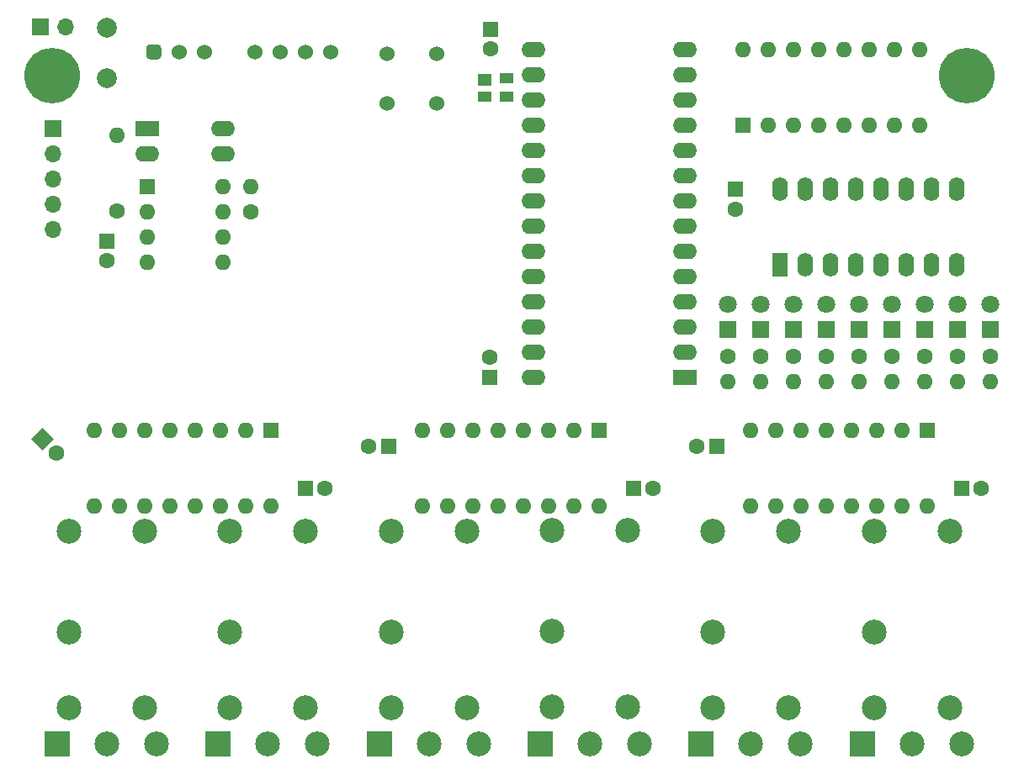
<source format=gts>
G04 #@! TF.GenerationSoftware,KiCad,Pcbnew,5.1.10-88a1d61d58~90~ubuntu20.04.1*
G04 #@! TF.CreationDate,2022-11-07T14:46:06+00:00*
G04 #@! TF.ProjectId,ROM104,524f4d31-3034-42e6-9b69-6361645f7063,1.0*
G04 #@! TF.SameCoordinates,Original*
G04 #@! TF.FileFunction,Soldermask,Top*
G04 #@! TF.FilePolarity,Negative*
%FSLAX46Y46*%
G04 Gerber Fmt 4.6, Leading zero omitted, Abs format (unit mm)*
G04 Created by KiCad (PCBNEW 5.1.10-88a1d61d58~90~ubuntu20.04.1) date 2022-11-07 14:46:06*
%MOMM*%
%LPD*%
G01*
G04 APERTURE LIST*
%ADD10C,2.500000*%
%ADD11R,2.500000X2.500000*%
%ADD12C,1.524000*%
%ADD13O,1.600000X1.600000*%
%ADD14C,1.600000*%
%ADD15C,1.800000*%
%ADD16R,1.800000X1.800000*%
%ADD17R,1.400000X1.000000*%
%ADD18R,1.400000X1.200000*%
%ADD19R,1.600000X1.600000*%
%ADD20C,0.100000*%
%ADD21O,2.400000X1.600000*%
%ADD22R,2.400000X1.600000*%
%ADD23O,1.600000X2.400000*%
%ADD24R,1.600000X2.400000*%
%ADD25C,5.600000*%
%ADD26C,3.600000*%
%ADD27O,1.700000X1.700000*%
%ADD28R,1.700000X1.700000*%
%ADD29C,2.000000*%
G04 APERTURE END LIST*
D10*
X58100000Y-90654000D03*
X65720000Y-90654000D03*
X58100000Y-83034000D03*
X58100000Y-72874000D03*
X65720000Y-72874000D03*
X114320000Y-72874000D03*
X106700000Y-72874000D03*
X106700000Y-83034000D03*
X114320000Y-90654000D03*
X106700000Y-90654000D03*
X115500000Y-94337000D03*
X110500000Y-94337000D03*
D11*
X105500000Y-94337000D03*
D10*
X99300000Y-94337000D03*
X94300000Y-94337000D03*
D11*
X89300000Y-94337000D03*
D10*
X83100000Y-94337000D03*
X78100000Y-94337000D03*
D11*
X73100000Y-94337000D03*
D10*
X66925000Y-94337000D03*
X61925000Y-94337000D03*
D11*
X56925000Y-94337000D03*
D10*
X50700000Y-94337000D03*
X45700000Y-94337000D03*
D11*
X40700000Y-94337000D03*
D10*
X34500000Y-94337000D03*
X29500000Y-94337000D03*
D11*
X24500000Y-94337000D03*
D10*
X90500000Y-90654000D03*
X98120000Y-90654000D03*
X90500000Y-83034000D03*
X90500000Y-72874000D03*
X98120000Y-72874000D03*
X74300000Y-90600000D03*
X81920000Y-90600000D03*
X74300000Y-82980000D03*
X74300000Y-72820000D03*
X81920000Y-72820000D03*
X41900000Y-90654000D03*
X49520000Y-90654000D03*
X41900000Y-83034000D03*
X41900000Y-72874000D03*
X49520000Y-72874000D03*
X25710000Y-90654000D03*
X33330000Y-90654000D03*
X25710000Y-83034000D03*
X25710000Y-72874000D03*
X33330000Y-72874000D03*
G36*
G01*
X33457000Y-24995000D02*
X33457000Y-24233000D01*
G75*
G02*
X33838000Y-23852000I381000J0D01*
G01*
X34600000Y-23852000D01*
G75*
G02*
X34981000Y-24233000I0J-381000D01*
G01*
X34981000Y-24995000D01*
G75*
G02*
X34600000Y-25376000I-381000J0D01*
G01*
X33838000Y-25376000D01*
G75*
G02*
X33457000Y-24995000I0J381000D01*
G01*
G37*
D12*
X36759000Y-24614000D03*
X39299000Y-24614000D03*
X44379000Y-24614000D03*
X46919000Y-24614000D03*
X49459000Y-24614000D03*
X51999000Y-24614000D03*
D13*
X118420000Y-57824500D03*
D14*
X118420000Y-55284500D03*
D13*
X115118000Y-57824500D03*
D14*
X115118000Y-55284500D03*
D13*
X111816000Y-57824500D03*
D14*
X111816000Y-55284500D03*
D13*
X108514000Y-57824500D03*
D14*
X108514000Y-55284500D03*
D13*
X105212000Y-57824500D03*
D14*
X105212000Y-55284500D03*
D13*
X101910000Y-57824500D03*
D14*
X101910000Y-55284500D03*
D13*
X98608000Y-57824500D03*
D14*
X98608000Y-55284500D03*
D13*
X95306000Y-57824500D03*
D14*
X95306000Y-55284500D03*
D13*
X92004000Y-57824500D03*
D14*
X92004000Y-55284500D03*
D13*
X43998000Y-38203000D03*
D14*
X43998000Y-40743000D03*
D15*
X118420000Y-50014000D03*
D16*
X118420000Y-52554000D03*
D17*
X69736000Y-27220000D03*
X69736000Y-29120000D03*
X67536000Y-29120000D03*
D18*
X67536000Y-27400000D03*
D14*
X68128000Y-24328000D03*
D19*
X68128000Y-22328000D03*
D12*
X62714000Y-24821000D03*
X57714000Y-24821000D03*
X62714000Y-29821000D03*
X57714000Y-29821000D03*
D14*
X68001000Y-55380000D03*
D19*
X68001000Y-57380000D03*
D14*
X29520000Y-45664000D03*
D19*
X29520000Y-43664000D03*
D14*
X117499000Y-68556000D03*
D19*
X115499000Y-68556000D03*
D14*
X88861000Y-64365000D03*
D19*
X90861000Y-64365000D03*
D14*
X84479000Y-68556000D03*
D19*
X82479000Y-68556000D03*
D14*
X55841000Y-64365000D03*
D19*
X57841000Y-64365000D03*
D14*
X92766000Y-40457000D03*
D19*
X92766000Y-38457000D03*
D14*
X24457214Y-65017214D03*
D20*
G36*
X21911629Y-63603000D02*
G01*
X23043000Y-62471629D01*
X24174371Y-63603000D01*
X23043000Y-64734371D01*
X21911629Y-63603000D01*
G37*
D14*
X51459000Y-68556000D03*
D19*
X49459000Y-68556000D03*
D21*
X72446000Y-57380000D03*
X87686000Y-24360000D03*
X72446000Y-54840000D03*
X87686000Y-26900000D03*
X72446000Y-52300000D03*
X87686000Y-29440000D03*
X72446000Y-49760000D03*
X87686000Y-31980000D03*
X72446000Y-47220000D03*
X87686000Y-34520000D03*
X72446000Y-44680000D03*
X87686000Y-37060000D03*
X72446000Y-42140000D03*
X87686000Y-39600000D03*
X72446000Y-39600000D03*
X87686000Y-42140000D03*
X72446000Y-37060000D03*
X87686000Y-44680000D03*
X72446000Y-34520000D03*
X87686000Y-47220000D03*
X72446000Y-31980000D03*
X87686000Y-49760000D03*
X72446000Y-29440000D03*
X87686000Y-52300000D03*
X72446000Y-26900000D03*
X87686000Y-54840000D03*
X72446000Y-24360000D03*
D22*
X87686000Y-57380000D03*
D13*
X93528000Y-24360000D03*
X111308000Y-31980000D03*
X96068000Y-24360000D03*
X108768000Y-31980000D03*
X98608000Y-24360000D03*
X106228000Y-31980000D03*
X101148000Y-24360000D03*
X103688000Y-31980000D03*
X103688000Y-24360000D03*
X101148000Y-31980000D03*
X106228000Y-24360000D03*
X98608000Y-31980000D03*
X108768000Y-24360000D03*
X96068000Y-31980000D03*
X111308000Y-24360000D03*
D19*
X93528000Y-31980000D03*
D15*
X115118000Y-50014000D03*
D16*
X115118000Y-52554000D03*
D15*
X111816000Y-50014000D03*
D16*
X111816000Y-52554000D03*
D13*
X112070000Y-70334000D03*
X94290000Y-62714000D03*
X109530000Y-70334000D03*
X96830000Y-62714000D03*
X106990000Y-70334000D03*
X99370000Y-62714000D03*
X104450000Y-70334000D03*
X101910000Y-62714000D03*
X101910000Y-70334000D03*
X104450000Y-62714000D03*
X99370000Y-70334000D03*
X106990000Y-62714000D03*
X96830000Y-70334000D03*
X109530000Y-62714000D03*
X94290000Y-70334000D03*
D19*
X112070000Y-62714000D03*
D13*
X79050000Y-70334000D03*
X61270000Y-62714000D03*
X76510000Y-70334000D03*
X63810000Y-62714000D03*
X73970000Y-70334000D03*
X66350000Y-62714000D03*
X71430000Y-70334000D03*
X68890000Y-62714000D03*
X68890000Y-70334000D03*
X71430000Y-62714000D03*
X66350000Y-70334000D03*
X73970000Y-62714000D03*
X63810000Y-70334000D03*
X76510000Y-62714000D03*
X61270000Y-70334000D03*
D19*
X79050000Y-62714000D03*
D23*
X97211000Y-38457000D03*
X114991000Y-46077000D03*
X99751000Y-38457000D03*
X112451000Y-46077000D03*
X102291000Y-38457000D03*
X109911000Y-46077000D03*
X104831000Y-38457000D03*
X107371000Y-46077000D03*
X107371000Y-38457000D03*
X104831000Y-46077000D03*
X109911000Y-38457000D03*
X102291000Y-46077000D03*
X112451000Y-38457000D03*
X99751000Y-46077000D03*
X114991000Y-38457000D03*
D24*
X97211000Y-46077000D03*
D15*
X108514000Y-50014000D03*
D16*
X108514000Y-52554000D03*
D15*
X105212000Y-50014000D03*
D16*
X105212000Y-52554000D03*
D21*
X41204000Y-32361000D03*
X33584000Y-34901000D03*
X41204000Y-34901000D03*
D22*
X33584000Y-32361000D03*
D25*
X24000000Y-27000000D03*
D26*
X24000000Y-27000000D03*
D25*
X116000000Y-27000000D03*
D26*
X116000000Y-27000000D03*
D13*
X46030000Y-70334000D03*
X28250000Y-62714000D03*
X43490000Y-70334000D03*
X30790000Y-62714000D03*
X40950000Y-70334000D03*
X33330000Y-62714000D03*
X38410000Y-70334000D03*
X35870000Y-62714000D03*
X35870000Y-70334000D03*
X38410000Y-62714000D03*
X33330000Y-70334000D03*
X40950000Y-62714000D03*
X30790000Y-70334000D03*
X43490000Y-62714000D03*
X28250000Y-70334000D03*
D19*
X46030000Y-62714000D03*
D15*
X101910000Y-50014000D03*
D16*
X101910000Y-52554000D03*
D15*
X98608000Y-50014000D03*
D16*
X98608000Y-52554000D03*
D15*
X95306000Y-50014000D03*
D16*
X95306000Y-52554000D03*
D15*
X92004000Y-50014000D03*
D16*
X92004000Y-52554000D03*
D13*
X41204000Y-38203000D03*
X33584000Y-45823000D03*
X41204000Y-40743000D03*
X33584000Y-43283000D03*
X41204000Y-43283000D03*
X33584000Y-40743000D03*
X41204000Y-45823000D03*
D19*
X33584000Y-38203000D03*
D27*
X24059000Y-42521000D03*
X24059000Y-39981000D03*
X24059000Y-37441000D03*
X24059000Y-34901000D03*
D28*
X24059000Y-32361000D03*
D13*
X30536000Y-32996000D03*
D14*
X30536000Y-40616000D03*
D27*
X25390000Y-22074000D03*
D28*
X22850000Y-22074000D03*
D29*
X29530000Y-22201000D03*
X29520000Y-27281000D03*
M02*

</source>
